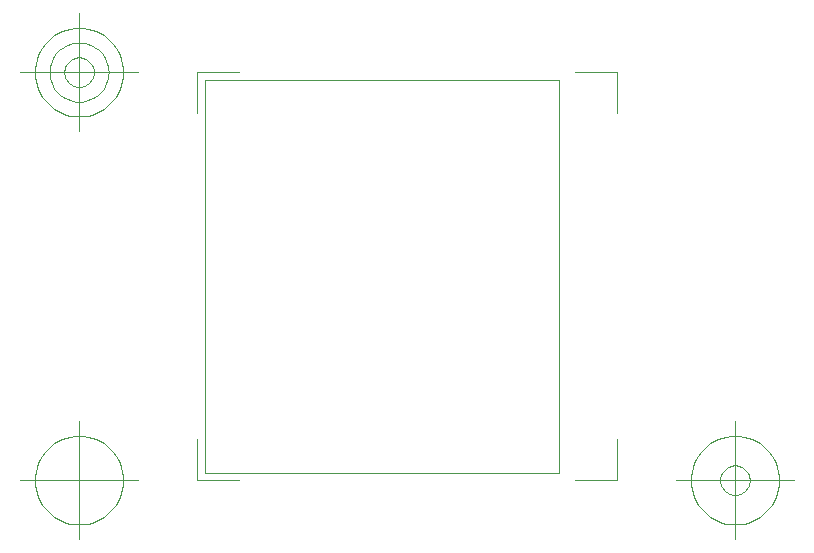
<source format=gbr>
G04 Generated by Ultiboard 10.0 *
%FSLAX25Y25*%
%MOIN*%

%ADD22C,0.00394*%
%ADD23C,0.00004*%


G04 ColorRGB FF14FF for the following layer *
%LNSiebdruckunterseite*%
%LPD*%
%FSLAX25Y25*%
%MOIN*%
G54D22*
X-2500Y-2500D02*
X-2500Y11100D01*
X-2500Y-2500D02*
X11490Y-2500D01*
X137400Y-2500D02*
X123410Y-2500D01*
X137400Y-2500D02*
X137400Y11100D01*
X137400Y133500D02*
X137400Y119900D01*
X137400Y133500D02*
X123410Y133500D01*
X-2500Y133500D02*
X11490Y133500D01*
X-2500Y133500D02*
X-2500Y119900D01*
X-22185Y-2500D02*
X-61555Y-2500D01*
X-41870Y-22185D02*
X-41870Y17185D01*
X-27106Y-2500D02*
X-27177Y-1053D01*
X-27177Y-1053D02*
X-27390Y380D01*
X-27390Y380D02*
X-27742Y1786D01*
X-27742Y1786D02*
X-28230Y3150D01*
X-28230Y3150D02*
X-28850Y4460D01*
X-28850Y4460D02*
X-29594Y5702D01*
X-29594Y5702D02*
X-30458Y6866D01*
X-30458Y6866D02*
X-31431Y7940D01*
X-31431Y7940D02*
X-32504Y8913D01*
X-32504Y8913D02*
X-33668Y9776D01*
X-33668Y9776D02*
X-34910Y10520D01*
X-34910Y10520D02*
X-36220Y11140D01*
X-36220Y11140D02*
X-37584Y11628D01*
X-37584Y11628D02*
X-38990Y11980D01*
X-38990Y11980D02*
X-40423Y12193D01*
X-40423Y12193D02*
X-41870Y12264D01*
X-41870Y12264D02*
X-43317Y12193D01*
X-43317Y12193D02*
X-44750Y11980D01*
X-44750Y11980D02*
X-46156Y11628D01*
X-46156Y11628D02*
X-47520Y11140D01*
X-47520Y11140D02*
X-48830Y10520D01*
X-48830Y10520D02*
X-50072Y9776D01*
X-50072Y9776D02*
X-51236Y8913D01*
X-51236Y8913D02*
X-52310Y7940D01*
X-52310Y7940D02*
X-53283Y6866D01*
X-53283Y6866D02*
X-54146Y5702D01*
X-54146Y5702D02*
X-54891Y4460D01*
X-54891Y4460D02*
X-55510Y3150D01*
X-55510Y3150D02*
X-55998Y1786D01*
X-55998Y1786D02*
X-56350Y380D01*
X-56350Y380D02*
X-56563Y-1053D01*
X-56563Y-1053D02*
X-56634Y-2500D01*
X-56634Y-2500D02*
X-56563Y-3947D01*
X-56563Y-3947D02*
X-56350Y-5380D01*
X-56350Y-5380D02*
X-55998Y-6786D01*
X-55998Y-6786D02*
X-55510Y-8150D01*
X-55510Y-8150D02*
X-54891Y-9460D01*
X-54891Y-9460D02*
X-54146Y-10702D01*
X-54146Y-10702D02*
X-53283Y-11866D01*
X-53283Y-11866D02*
X-52310Y-12940D01*
X-52310Y-12940D02*
X-51236Y-13913D01*
X-51236Y-13913D02*
X-50072Y-14776D01*
X-50072Y-14776D02*
X-48830Y-15520D01*
X-48830Y-15520D02*
X-47520Y-16140D01*
X-47520Y-16140D02*
X-46156Y-16628D01*
X-46156Y-16628D02*
X-44750Y-16980D01*
X-44750Y-16980D02*
X-43317Y-17193D01*
X-43317Y-17193D02*
X-41870Y-17264D01*
X-41870Y-17264D02*
X-40423Y-17193D01*
X-40423Y-17193D02*
X-38990Y-16980D01*
X-38990Y-16980D02*
X-37584Y-16628D01*
X-37584Y-16628D02*
X-36220Y-16140D01*
X-36220Y-16140D02*
X-34910Y-15520D01*
X-34910Y-15520D02*
X-33668Y-14776D01*
X-33668Y-14776D02*
X-32504Y-13913D01*
X-32504Y-13913D02*
X-31431Y-12940D01*
X-31431Y-12940D02*
X-30458Y-11866D01*
X-30458Y-11866D02*
X-29594Y-10702D01*
X-29594Y-10702D02*
X-28850Y-9460D01*
X-28850Y-9460D02*
X-28230Y-8150D01*
X-28230Y-8150D02*
X-27742Y-6786D01*
X-27742Y-6786D02*
X-27390Y-5380D01*
X-27390Y-5380D02*
X-27177Y-3947D01*
X-27177Y-3947D02*
X-27106Y-2500D01*
X157085Y-2500D02*
X196455Y-2500D01*
X176770Y-22185D02*
X176770Y17185D01*
X191534Y-2500D02*
X191463Y-1053D01*
X191463Y-1053D02*
X191250Y380D01*
X191250Y380D02*
X190898Y1786D01*
X190898Y1786D02*
X190410Y3150D01*
X190410Y3150D02*
X189791Y4460D01*
X189791Y4460D02*
X189046Y5702D01*
X189046Y5702D02*
X188183Y6866D01*
X188183Y6866D02*
X187210Y7940D01*
X187210Y7940D02*
X186136Y8913D01*
X186136Y8913D02*
X184972Y9776D01*
X184972Y9776D02*
X183730Y10520D01*
X183730Y10520D02*
X182420Y11140D01*
X182420Y11140D02*
X181056Y11628D01*
X181056Y11628D02*
X179650Y11980D01*
X179650Y11980D02*
X178217Y12193D01*
X178217Y12193D02*
X176770Y12264D01*
X176770Y12264D02*
X175323Y12193D01*
X175323Y12193D02*
X173890Y11980D01*
X173890Y11980D02*
X172484Y11628D01*
X172484Y11628D02*
X171120Y11140D01*
X171120Y11140D02*
X169810Y10520D01*
X169810Y10520D02*
X168568Y9776D01*
X168568Y9776D02*
X167404Y8913D01*
X167404Y8913D02*
X166331Y7940D01*
X166331Y7940D02*
X165358Y6866D01*
X165358Y6866D02*
X164494Y5702D01*
X164494Y5702D02*
X163750Y4460D01*
X163750Y4460D02*
X163130Y3150D01*
X163130Y3150D02*
X162642Y1786D01*
X162642Y1786D02*
X162290Y380D01*
X162290Y380D02*
X162077Y-1053D01*
X162077Y-1053D02*
X162006Y-2500D01*
X162006Y-2500D02*
X162077Y-3947D01*
X162077Y-3947D02*
X162290Y-5380D01*
X162290Y-5380D02*
X162642Y-6786D01*
X162642Y-6786D02*
X163130Y-8150D01*
X163130Y-8150D02*
X163750Y-9460D01*
X163750Y-9460D02*
X164494Y-10702D01*
X164494Y-10702D02*
X165358Y-11866D01*
X165358Y-11866D02*
X166331Y-12940D01*
X166331Y-12940D02*
X167404Y-13913D01*
X167404Y-13913D02*
X168568Y-14776D01*
X168568Y-14776D02*
X169810Y-15520D01*
X169810Y-15520D02*
X171120Y-16140D01*
X171120Y-16140D02*
X172484Y-16628D01*
X172484Y-16628D02*
X173890Y-16980D01*
X173890Y-16980D02*
X175323Y-17193D01*
X175323Y-17193D02*
X176770Y-17264D01*
X176770Y-17264D02*
X178217Y-17193D01*
X178217Y-17193D02*
X179650Y-16980D01*
X179650Y-16980D02*
X181056Y-16628D01*
X181056Y-16628D02*
X182420Y-16140D01*
X182420Y-16140D02*
X183730Y-15520D01*
X183730Y-15520D02*
X184972Y-14776D01*
X184972Y-14776D02*
X186136Y-13913D01*
X186136Y-13913D02*
X187210Y-12940D01*
X187210Y-12940D02*
X188183Y-11866D01*
X188183Y-11866D02*
X189046Y-10702D01*
X189046Y-10702D02*
X189791Y-9460D01*
X189791Y-9460D02*
X190410Y-8150D01*
X190410Y-8150D02*
X190898Y-6786D01*
X190898Y-6786D02*
X191250Y-5380D01*
X191250Y-5380D02*
X191463Y-3947D01*
X191463Y-3947D02*
X191534Y-2500D01*
X181691Y-2500D02*
X181668Y-2018D01*
X181668Y-2018D02*
X181597Y-1540D01*
X181597Y-1540D02*
X181479Y-1071D01*
X181479Y-1071D02*
X181317Y-617D01*
X181317Y-617D02*
X181110Y-180D01*
X181110Y-180D02*
X180862Y234D01*
X180862Y234D02*
X180574Y622D01*
X180574Y622D02*
X180250Y980D01*
X180250Y980D02*
X179892Y1304D01*
X179892Y1304D02*
X179504Y1592D01*
X179504Y1592D02*
X179090Y1840D01*
X179090Y1840D02*
X178653Y2047D01*
X178653Y2047D02*
X178199Y2209D01*
X178199Y2209D02*
X177730Y2327D01*
X177730Y2327D02*
X177252Y2398D01*
X177252Y2398D02*
X176770Y2421D01*
X176770Y2421D02*
X176288Y2398D01*
X176288Y2398D02*
X175810Y2327D01*
X175810Y2327D02*
X175342Y2209D01*
X175342Y2209D02*
X174887Y2047D01*
X174887Y2047D02*
X174450Y1840D01*
X174450Y1840D02*
X174036Y1592D01*
X174036Y1592D02*
X173648Y1304D01*
X173648Y1304D02*
X173290Y980D01*
X173290Y980D02*
X172966Y622D01*
X172966Y622D02*
X172678Y234D01*
X172678Y234D02*
X172430Y-180D01*
X172430Y-180D02*
X172223Y-617D01*
X172223Y-617D02*
X172061Y-1071D01*
X172061Y-1071D02*
X171943Y-1540D01*
X171943Y-1540D02*
X171873Y-2018D01*
X171873Y-2018D02*
X171849Y-2500D01*
X171849Y-2500D02*
X171873Y-2982D01*
X171873Y-2982D02*
X171943Y-3460D01*
X171943Y-3460D02*
X172061Y-3929D01*
X172061Y-3929D02*
X172223Y-4383D01*
X172223Y-4383D02*
X172430Y-4820D01*
X172430Y-4820D02*
X172678Y-5234D01*
X172678Y-5234D02*
X172966Y-5622D01*
X172966Y-5622D02*
X173290Y-5980D01*
X173290Y-5980D02*
X173648Y-6304D01*
X173648Y-6304D02*
X174036Y-6592D01*
X174036Y-6592D02*
X174450Y-6840D01*
X174450Y-6840D02*
X174887Y-7047D01*
X174887Y-7047D02*
X175342Y-7209D01*
X175342Y-7209D02*
X175810Y-7327D01*
X175810Y-7327D02*
X176288Y-7398D01*
X176288Y-7398D02*
X176770Y-7421D01*
X176770Y-7421D02*
X177252Y-7398D01*
X177252Y-7398D02*
X177730Y-7327D01*
X177730Y-7327D02*
X178199Y-7209D01*
X178199Y-7209D02*
X178653Y-7047D01*
X178653Y-7047D02*
X179090Y-6840D01*
X179090Y-6840D02*
X179504Y-6592D01*
X179504Y-6592D02*
X179892Y-6304D01*
X179892Y-6304D02*
X180250Y-5980D01*
X180250Y-5980D02*
X180574Y-5622D01*
X180574Y-5622D02*
X180862Y-5234D01*
X180862Y-5234D02*
X181110Y-4820D01*
X181110Y-4820D02*
X181317Y-4383D01*
X181317Y-4383D02*
X181479Y-3929D01*
X181479Y-3929D02*
X181597Y-3460D01*
X181597Y-3460D02*
X181668Y-2982D01*
X181668Y-2982D02*
X181691Y-2500D01*
X-22185Y133500D02*
X-61555Y133500D01*
X-41870Y113815D02*
X-41870Y153185D01*
X-27106Y133500D02*
X-27177Y134947D01*
X-27177Y134947D02*
X-27390Y136380D01*
X-27390Y136380D02*
X-27742Y137786D01*
X-27742Y137786D02*
X-28230Y139150D01*
X-28230Y139150D02*
X-28850Y140460D01*
X-28850Y140460D02*
X-29594Y141702D01*
X-29594Y141702D02*
X-30458Y142866D01*
X-30458Y142866D02*
X-31431Y143940D01*
X-31431Y143940D02*
X-32504Y144913D01*
X-32504Y144913D02*
X-33668Y145776D01*
X-33668Y145776D02*
X-34910Y146520D01*
X-34910Y146520D02*
X-36220Y147140D01*
X-36220Y147140D02*
X-37584Y147628D01*
X-37584Y147628D02*
X-38990Y147980D01*
X-38990Y147980D02*
X-40423Y148193D01*
X-40423Y148193D02*
X-41870Y148264D01*
X-41870Y148264D02*
X-43317Y148193D01*
X-43317Y148193D02*
X-44750Y147980D01*
X-44750Y147980D02*
X-46156Y147628D01*
X-46156Y147628D02*
X-47520Y147140D01*
X-47520Y147140D02*
X-48830Y146520D01*
X-48830Y146520D02*
X-50072Y145776D01*
X-50072Y145776D02*
X-51236Y144913D01*
X-51236Y144913D02*
X-52310Y143940D01*
X-52310Y143940D02*
X-53283Y142866D01*
X-53283Y142866D02*
X-54146Y141702D01*
X-54146Y141702D02*
X-54891Y140460D01*
X-54891Y140460D02*
X-55510Y139150D01*
X-55510Y139150D02*
X-55998Y137786D01*
X-55998Y137786D02*
X-56350Y136380D01*
X-56350Y136380D02*
X-56563Y134947D01*
X-56563Y134947D02*
X-56634Y133500D01*
X-56634Y133500D02*
X-56563Y132053D01*
X-56563Y132053D02*
X-56350Y130620D01*
X-56350Y130620D02*
X-55998Y129214D01*
X-55998Y129214D02*
X-55510Y127850D01*
X-55510Y127850D02*
X-54891Y126540D01*
X-54891Y126540D02*
X-54146Y125298D01*
X-54146Y125298D02*
X-53283Y124134D01*
X-53283Y124134D02*
X-52310Y123060D01*
X-52310Y123060D02*
X-51236Y122087D01*
X-51236Y122087D02*
X-50072Y121224D01*
X-50072Y121224D02*
X-48830Y120480D01*
X-48830Y120480D02*
X-47520Y119860D01*
X-47520Y119860D02*
X-46156Y119372D01*
X-46156Y119372D02*
X-44750Y119020D01*
X-44750Y119020D02*
X-43317Y118807D01*
X-43317Y118807D02*
X-41870Y118736D01*
X-41870Y118736D02*
X-40423Y118807D01*
X-40423Y118807D02*
X-38990Y119020D01*
X-38990Y119020D02*
X-37584Y119372D01*
X-37584Y119372D02*
X-36220Y119860D01*
X-36220Y119860D02*
X-34910Y120480D01*
X-34910Y120480D02*
X-33668Y121224D01*
X-33668Y121224D02*
X-32504Y122087D01*
X-32504Y122087D02*
X-31431Y123060D01*
X-31431Y123060D02*
X-30458Y124134D01*
X-30458Y124134D02*
X-29594Y125298D01*
X-29594Y125298D02*
X-28850Y126540D01*
X-28850Y126540D02*
X-28230Y127850D01*
X-28230Y127850D02*
X-27742Y129214D01*
X-27742Y129214D02*
X-27390Y130620D01*
X-27390Y130620D02*
X-27177Y132053D01*
X-27177Y132053D02*
X-27106Y133500D01*
X-32028Y133500D02*
X-32075Y134465D01*
X-32075Y134465D02*
X-32217Y135420D01*
X-32217Y135420D02*
X-32451Y136357D01*
X-32451Y136357D02*
X-32777Y137267D01*
X-32777Y137267D02*
X-33190Y138140D01*
X-33190Y138140D02*
X-33686Y138968D01*
X-33686Y138968D02*
X-34262Y139744D01*
X-34262Y139744D02*
X-34910Y140460D01*
X-34910Y140460D02*
X-35626Y141108D01*
X-35626Y141108D02*
X-36402Y141684D01*
X-36402Y141684D02*
X-37230Y142180D01*
X-37230Y142180D02*
X-38104Y142593D01*
X-38104Y142593D02*
X-39013Y142919D01*
X-39013Y142919D02*
X-39950Y143153D01*
X-39950Y143153D02*
X-40905Y143295D01*
X-40905Y143295D02*
X-41870Y143343D01*
X-41870Y143343D02*
X-42835Y143295D01*
X-42835Y143295D02*
X-43790Y143153D01*
X-43790Y143153D02*
X-44727Y142919D01*
X-44727Y142919D02*
X-45637Y142593D01*
X-45637Y142593D02*
X-46510Y142180D01*
X-46510Y142180D02*
X-47338Y141684D01*
X-47338Y141684D02*
X-48114Y141108D01*
X-48114Y141108D02*
X-48830Y140460D01*
X-48830Y140460D02*
X-49478Y139744D01*
X-49478Y139744D02*
X-50054Y138968D01*
X-50054Y138968D02*
X-50550Y138140D01*
X-50550Y138140D02*
X-50963Y137267D01*
X-50963Y137267D02*
X-51289Y136357D01*
X-51289Y136357D02*
X-51523Y135420D01*
X-51523Y135420D02*
X-51665Y134465D01*
X-51665Y134465D02*
X-51713Y133500D01*
X-51713Y133500D02*
X-51665Y132535D01*
X-51665Y132535D02*
X-51523Y131580D01*
X-51523Y131580D02*
X-51289Y130643D01*
X-51289Y130643D02*
X-50963Y129733D01*
X-50963Y129733D02*
X-50550Y128860D01*
X-50550Y128860D02*
X-50054Y128032D01*
X-50054Y128032D02*
X-49478Y127256D01*
X-49478Y127256D02*
X-48830Y126540D01*
X-48830Y126540D02*
X-48114Y125892D01*
X-48114Y125892D02*
X-47338Y125316D01*
X-47338Y125316D02*
X-46510Y124820D01*
X-46510Y124820D02*
X-45637Y124407D01*
X-45637Y124407D02*
X-44727Y124081D01*
X-44727Y124081D02*
X-43790Y123847D01*
X-43790Y123847D02*
X-42835Y123705D01*
X-42835Y123705D02*
X-41870Y123657D01*
X-41870Y123657D02*
X-40905Y123705D01*
X-40905Y123705D02*
X-39950Y123847D01*
X-39950Y123847D02*
X-39013Y124081D01*
X-39013Y124081D02*
X-38104Y124407D01*
X-38104Y124407D02*
X-37230Y124820D01*
X-37230Y124820D02*
X-36402Y125316D01*
X-36402Y125316D02*
X-35626Y125892D01*
X-35626Y125892D02*
X-34910Y126540D01*
X-34910Y126540D02*
X-34262Y127256D01*
X-34262Y127256D02*
X-33686Y128032D01*
X-33686Y128032D02*
X-33190Y128860D01*
X-33190Y128860D02*
X-32777Y129733D01*
X-32777Y129733D02*
X-32451Y130643D01*
X-32451Y130643D02*
X-32217Y131580D01*
X-32217Y131580D02*
X-32075Y132535D01*
X-32075Y132535D02*
X-32028Y133500D01*
X-36949Y133500D02*
X-36973Y133982D01*
X-36973Y133982D02*
X-37043Y134460D01*
X-37043Y134460D02*
X-37161Y134929D01*
X-37161Y134929D02*
X-37323Y135383D01*
X-37323Y135383D02*
X-37530Y135820D01*
X-37530Y135820D02*
X-37778Y136234D01*
X-37778Y136234D02*
X-38066Y136622D01*
X-38066Y136622D02*
X-38390Y136980D01*
X-38390Y136980D02*
X-38748Y137304D01*
X-38748Y137304D02*
X-39136Y137592D01*
X-39136Y137592D02*
X-39550Y137840D01*
X-39550Y137840D02*
X-39987Y138047D01*
X-39987Y138047D02*
X-40442Y138209D01*
X-40442Y138209D02*
X-40910Y138327D01*
X-40910Y138327D02*
X-41388Y138398D01*
X-41388Y138398D02*
X-41870Y138421D01*
X-41870Y138421D02*
X-42352Y138398D01*
X-42352Y138398D02*
X-42830Y138327D01*
X-42830Y138327D02*
X-43299Y138209D01*
X-43299Y138209D02*
X-43753Y138047D01*
X-43753Y138047D02*
X-44190Y137840D01*
X-44190Y137840D02*
X-44604Y137592D01*
X-44604Y137592D02*
X-44992Y137304D01*
X-44992Y137304D02*
X-45350Y136980D01*
X-45350Y136980D02*
X-45674Y136622D01*
X-45674Y136622D02*
X-45962Y136234D01*
X-45962Y136234D02*
X-46210Y135820D01*
X-46210Y135820D02*
X-46417Y135383D01*
X-46417Y135383D02*
X-46579Y134929D01*
X-46579Y134929D02*
X-46697Y134460D01*
X-46697Y134460D02*
X-46768Y133982D01*
X-46768Y133982D02*
X-46791Y133500D01*
X-46791Y133500D02*
X-46768Y133018D01*
X-46768Y133018D02*
X-46697Y132540D01*
X-46697Y132540D02*
X-46579Y132071D01*
X-46579Y132071D02*
X-46417Y131617D01*
X-46417Y131617D02*
X-46210Y131180D01*
X-46210Y131180D02*
X-45962Y130766D01*
X-45962Y130766D02*
X-45674Y130378D01*
X-45674Y130378D02*
X-45350Y130020D01*
X-45350Y130020D02*
X-44992Y129696D01*
X-44992Y129696D02*
X-44604Y129408D01*
X-44604Y129408D02*
X-44190Y129160D01*
X-44190Y129160D02*
X-43753Y128953D01*
X-43753Y128953D02*
X-43299Y128791D01*
X-43299Y128791D02*
X-42830Y128673D01*
X-42830Y128673D02*
X-42352Y128602D01*
X-42352Y128602D02*
X-41870Y128579D01*
X-41870Y128579D02*
X-41388Y128602D01*
X-41388Y128602D02*
X-40910Y128673D01*
X-40910Y128673D02*
X-40442Y128791D01*
X-40442Y128791D02*
X-39987Y128953D01*
X-39987Y128953D02*
X-39550Y129160D01*
X-39550Y129160D02*
X-39136Y129408D01*
X-39136Y129408D02*
X-38748Y129696D01*
X-38748Y129696D02*
X-38390Y130020D01*
X-38390Y130020D02*
X-38066Y130378D01*
X-38066Y130378D02*
X-37778Y130766D01*
X-37778Y130766D02*
X-37530Y131180D01*
X-37530Y131180D02*
X-37323Y131617D01*
X-37323Y131617D02*
X-37161Y132071D01*
X-37161Y132071D02*
X-37043Y132540D01*
X-37043Y132540D02*
X-36973Y133018D01*
X-36973Y133018D02*
X-36949Y133500D01*
X-2500Y-2500D02*
X-2500Y11100D01*
X-2500Y-2500D02*
X11490Y-2500D01*
X137400Y-2500D02*
X123410Y-2500D01*
X137400Y-2500D02*
X137400Y11100D01*
X137400Y133500D02*
X137400Y119900D01*
X137400Y133500D02*
X123410Y133500D01*
X-2500Y133500D02*
X11490Y133500D01*
X-2500Y133500D02*
X-2500Y119900D01*
X-22185Y-2500D02*
X-61555Y-2500D01*
X-41870Y-22185D02*
X-41870Y17185D01*
X-27106Y-2500D02*
X-27177Y-1053D01*
X-27177Y-1053D02*
X-27390Y380D01*
X-27390Y380D02*
X-27742Y1786D01*
X-27742Y1786D02*
X-28230Y3150D01*
X-28230Y3150D02*
X-28850Y4460D01*
X-28850Y4460D02*
X-29594Y5702D01*
X-29594Y5702D02*
X-30458Y6866D01*
X-30458Y6866D02*
X-31431Y7940D01*
X-31431Y7940D02*
X-32504Y8913D01*
X-32504Y8913D02*
X-33668Y9776D01*
X-33668Y9776D02*
X-34910Y10520D01*
X-34910Y10520D02*
X-36220Y11140D01*
X-36220Y11140D02*
X-37584Y11628D01*
X-37584Y11628D02*
X-38990Y11980D01*
X-38990Y11980D02*
X-40423Y12193D01*
X-40423Y12193D02*
X-41870Y12264D01*
X-41870Y12264D02*
X-43317Y12193D01*
X-43317Y12193D02*
X-44750Y11980D01*
X-44750Y11980D02*
X-46156Y11628D01*
X-46156Y11628D02*
X-47520Y11140D01*
X-47520Y11140D02*
X-48830Y10520D01*
X-48830Y10520D02*
X-50072Y9776D01*
X-50072Y9776D02*
X-51236Y8913D01*
X-51236Y8913D02*
X-52310Y7940D01*
X-52310Y7940D02*
X-53283Y6866D01*
X-53283Y6866D02*
X-54146Y5702D01*
X-54146Y5702D02*
X-54891Y4460D01*
X-54891Y4460D02*
X-55510Y3150D01*
X-55510Y3150D02*
X-55998Y1786D01*
X-55998Y1786D02*
X-56350Y380D01*
X-56350Y380D02*
X-56563Y-1053D01*
X-56563Y-1053D02*
X-56634Y-2500D01*
X-56634Y-2500D02*
X-56563Y-3947D01*
X-56563Y-3947D02*
X-56350Y-5380D01*
X-56350Y-5380D02*
X-55998Y-6786D01*
X-55998Y-6786D02*
X-55510Y-8150D01*
X-55510Y-8150D02*
X-54891Y-9460D01*
X-54891Y-9460D02*
X-54146Y-10702D01*
X-54146Y-10702D02*
X-53283Y-11866D01*
X-53283Y-11866D02*
X-52310Y-12940D01*
X-52310Y-12940D02*
X-51236Y-13913D01*
X-51236Y-13913D02*
X-50072Y-14776D01*
X-50072Y-14776D02*
X-48830Y-15520D01*
X-48830Y-15520D02*
X-47520Y-16140D01*
X-47520Y-16140D02*
X-46156Y-16628D01*
X-46156Y-16628D02*
X-44750Y-16980D01*
X-44750Y-16980D02*
X-43317Y-17193D01*
X-43317Y-17193D02*
X-41870Y-17264D01*
X-41870Y-17264D02*
X-40423Y-17193D01*
X-40423Y-17193D02*
X-38990Y-16980D01*
X-38990Y-16980D02*
X-37584Y-16628D01*
X-37584Y-16628D02*
X-36220Y-16140D01*
X-36220Y-16140D02*
X-34910Y-15520D01*
X-34910Y-15520D02*
X-33668Y-14776D01*
X-33668Y-14776D02*
X-32504Y-13913D01*
X-32504Y-13913D02*
X-31431Y-12940D01*
X-31431Y-12940D02*
X-30458Y-11866D01*
X-30458Y-11866D02*
X-29594Y-10702D01*
X-29594Y-10702D02*
X-28850Y-9460D01*
X-28850Y-9460D02*
X-28230Y-8150D01*
X-28230Y-8150D02*
X-27742Y-6786D01*
X-27742Y-6786D02*
X-27390Y-5380D01*
X-27390Y-5380D02*
X-27177Y-3947D01*
X-27177Y-3947D02*
X-27106Y-2500D01*
X157085Y-2500D02*
X196455Y-2500D01*
X176770Y-22185D02*
X176770Y17185D01*
X191534Y-2500D02*
X191463Y-1053D01*
X191463Y-1053D02*
X191250Y380D01*
X191250Y380D02*
X190898Y1786D01*
X190898Y1786D02*
X190410Y3150D01*
X190410Y3150D02*
X189791Y4460D01*
X189791Y4460D02*
X189046Y5702D01*
X189046Y5702D02*
X188183Y6866D01*
X188183Y6866D02*
X187210Y7940D01*
X187210Y7940D02*
X186136Y8913D01*
X186136Y8913D02*
X184972Y9776D01*
X184972Y9776D02*
X183730Y10520D01*
X183730Y10520D02*
X182420Y11140D01*
X182420Y11140D02*
X181056Y11628D01*
X181056Y11628D02*
X179650Y11980D01*
X179650Y11980D02*
X178217Y12193D01*
X178217Y12193D02*
X176770Y12264D01*
X176770Y12264D02*
X175323Y12193D01*
X175323Y12193D02*
X173890Y11980D01*
X173890Y11980D02*
X172484Y11628D01*
X172484Y11628D02*
X171120Y11140D01*
X171120Y11140D02*
X169810Y10520D01*
X169810Y10520D02*
X168568Y9776D01*
X168568Y9776D02*
X167404Y8913D01*
X167404Y8913D02*
X166331Y7940D01*
X166331Y7940D02*
X165358Y6866D01*
X165358Y6866D02*
X164494Y5702D01*
X164494Y5702D02*
X163750Y4460D01*
X163750Y4460D02*
X163130Y3150D01*
X163130Y3150D02*
X162642Y1786D01*
X162642Y1786D02*
X162290Y380D01*
X162290Y380D02*
X162077Y-1053D01*
X162077Y-1053D02*
X162006Y-2500D01*
X162006Y-2500D02*
X162077Y-3947D01*
X162077Y-3947D02*
X162290Y-5380D01*
X162290Y-5380D02*
X162642Y-6786D01*
X162642Y-6786D02*
X163130Y-8150D01*
X163130Y-8150D02*
X163750Y-9460D01*
X163750Y-9460D02*
X164494Y-10702D01*
X164494Y-10702D02*
X165358Y-11866D01*
X165358Y-11866D02*
X166331Y-12940D01*
X166331Y-12940D02*
X167404Y-13913D01*
X167404Y-13913D02*
X168568Y-14776D01*
X168568Y-14776D02*
X169810Y-15520D01*
X169810Y-15520D02*
X171120Y-16140D01*
X171120Y-16140D02*
X172484Y-16628D01*
X172484Y-16628D02*
X173890Y-16980D01*
X173890Y-16980D02*
X175323Y-17193D01*
X175323Y-17193D02*
X176770Y-17264D01*
X176770Y-17264D02*
X178217Y-17193D01*
X178217Y-17193D02*
X179650Y-16980D01*
X179650Y-16980D02*
X181056Y-16628D01*
X181056Y-16628D02*
X182420Y-16140D01*
X182420Y-16140D02*
X183730Y-15520D01*
X183730Y-15520D02*
X184972Y-14776D01*
X184972Y-14776D02*
X186136Y-13913D01*
X186136Y-13913D02*
X187210Y-12940D01*
X187210Y-12940D02*
X188183Y-11866D01*
X188183Y-11866D02*
X189046Y-10702D01*
X189046Y-10702D02*
X189791Y-9460D01*
X189791Y-9460D02*
X190410Y-8150D01*
X190410Y-8150D02*
X190898Y-6786D01*
X190898Y-6786D02*
X191250Y-5380D01*
X191250Y-5380D02*
X191463Y-3947D01*
X191463Y-3947D02*
X191534Y-2500D01*
X181691Y-2500D02*
X181668Y-2018D01*
X181668Y-2018D02*
X181597Y-1540D01*
X181597Y-1540D02*
X181479Y-1071D01*
X181479Y-1071D02*
X181317Y-617D01*
X181317Y-617D02*
X181110Y-180D01*
X181110Y-180D02*
X180862Y234D01*
X180862Y234D02*
X180574Y622D01*
X180574Y622D02*
X180250Y980D01*
X180250Y980D02*
X179892Y1304D01*
X179892Y1304D02*
X179504Y1592D01*
X179504Y1592D02*
X179090Y1840D01*
X179090Y1840D02*
X178653Y2047D01*
X178653Y2047D02*
X178199Y2209D01*
X178199Y2209D02*
X177730Y2327D01*
X177730Y2327D02*
X177252Y2398D01*
X177252Y2398D02*
X176770Y2421D01*
X176770Y2421D02*
X176288Y2398D01*
X176288Y2398D02*
X175810Y2327D01*
X175810Y2327D02*
X175342Y2209D01*
X175342Y2209D02*
X174887Y2047D01*
X174887Y2047D02*
X174450Y1840D01*
X174450Y1840D02*
X174036Y1592D01*
X174036Y1592D02*
X173648Y1304D01*
X173648Y1304D02*
X173290Y980D01*
X173290Y980D02*
X172966Y622D01*
X172966Y622D02*
X172678Y234D01*
X172678Y234D02*
X172430Y-180D01*
X172430Y-180D02*
X172223Y-617D01*
X172223Y-617D02*
X172061Y-1071D01*
X172061Y-1071D02*
X171943Y-1540D01*
X171943Y-1540D02*
X171873Y-2018D01*
X171873Y-2018D02*
X171849Y-2500D01*
X171849Y-2500D02*
X171873Y-2982D01*
X171873Y-2982D02*
X171943Y-3460D01*
X171943Y-3460D02*
X172061Y-3929D01*
X172061Y-3929D02*
X172223Y-4383D01*
X172223Y-4383D02*
X172430Y-4820D01*
X172430Y-4820D02*
X172678Y-5234D01*
X172678Y-5234D02*
X172966Y-5622D01*
X172966Y-5622D02*
X173290Y-5980D01*
X173290Y-5980D02*
X173648Y-6304D01*
X173648Y-6304D02*
X174036Y-6592D01*
X174036Y-6592D02*
X174450Y-6840D01*
X174450Y-6840D02*
X174887Y-7047D01*
X174887Y-7047D02*
X175342Y-7209D01*
X175342Y-7209D02*
X175810Y-7327D01*
X175810Y-7327D02*
X176288Y-7398D01*
X176288Y-7398D02*
X176770Y-7421D01*
X176770Y-7421D02*
X177252Y-7398D01*
X177252Y-7398D02*
X177730Y-7327D01*
X177730Y-7327D02*
X178199Y-7209D01*
X178199Y-7209D02*
X178653Y-7047D01*
X178653Y-7047D02*
X179090Y-6840D01*
X179090Y-6840D02*
X179504Y-6592D01*
X179504Y-6592D02*
X179892Y-6304D01*
X179892Y-6304D02*
X180250Y-5980D01*
X180250Y-5980D02*
X180574Y-5622D01*
X180574Y-5622D02*
X180862Y-5234D01*
X180862Y-5234D02*
X181110Y-4820D01*
X181110Y-4820D02*
X181317Y-4383D01*
X181317Y-4383D02*
X181479Y-3929D01*
X181479Y-3929D02*
X181597Y-3460D01*
X181597Y-3460D02*
X181668Y-2982D01*
X181668Y-2982D02*
X181691Y-2500D01*
X-22185Y133500D02*
X-61555Y133500D01*
X-41870Y113815D02*
X-41870Y153185D01*
X-27106Y133500D02*
X-27177Y134947D01*
X-27177Y134947D02*
X-27390Y136380D01*
X-27390Y136380D02*
X-27742Y137786D01*
X-27742Y137786D02*
X-28230Y139150D01*
X-28230Y139150D02*
X-28850Y140460D01*
X-28850Y140460D02*
X-29594Y141702D01*
X-29594Y141702D02*
X-30458Y142866D01*
X-30458Y142866D02*
X-31431Y143940D01*
X-31431Y143940D02*
X-32504Y144913D01*
X-32504Y144913D02*
X-33668Y145776D01*
X-33668Y145776D02*
X-34910Y146520D01*
X-34910Y146520D02*
X-36220Y147140D01*
X-36220Y147140D02*
X-37584Y147628D01*
X-37584Y147628D02*
X-38990Y147980D01*
X-38990Y147980D02*
X-40423Y148193D01*
X-40423Y148193D02*
X-41870Y148264D01*
X-41870Y148264D02*
X-43317Y148193D01*
X-43317Y148193D02*
X-44750Y147980D01*
X-44750Y147980D02*
X-46156Y147628D01*
X-46156Y147628D02*
X-47520Y147140D01*
X-47520Y147140D02*
X-48830Y146520D01*
X-48830Y146520D02*
X-50072Y145776D01*
X-50072Y145776D02*
X-51236Y144913D01*
X-51236Y144913D02*
X-52310Y143940D01*
X-52310Y143940D02*
X-53283Y142866D01*
X-53283Y142866D02*
X-54146Y141702D01*
X-54146Y141702D02*
X-54891Y140460D01*
X-54891Y140460D02*
X-55510Y139150D01*
X-55510Y139150D02*
X-55998Y137786D01*
X-55998Y137786D02*
X-56350Y136380D01*
X-56350Y136380D02*
X-56563Y134947D01*
X-56563Y134947D02*
X-56634Y133500D01*
X-56634Y133500D02*
X-56563Y132053D01*
X-56563Y132053D02*
X-56350Y130620D01*
X-56350Y130620D02*
X-55998Y129214D01*
X-55998Y129214D02*
X-55510Y127850D01*
X-55510Y127850D02*
X-54891Y126540D01*
X-54891Y126540D02*
X-54146Y125298D01*
X-54146Y125298D02*
X-53283Y124134D01*
X-53283Y124134D02*
X-52310Y123060D01*
X-52310Y123060D02*
X-51236Y122087D01*
X-51236Y122087D02*
X-50072Y121224D01*
X-50072Y121224D02*
X-48830Y120480D01*
X-48830Y120480D02*
X-47520Y119860D01*
X-47520Y119860D02*
X-46156Y119372D01*
X-46156Y119372D02*
X-44750Y119020D01*
X-44750Y119020D02*
X-43317Y118807D01*
X-43317Y118807D02*
X-41870Y118736D01*
X-41870Y118736D02*
X-40423Y118807D01*
X-40423Y118807D02*
X-38990Y119020D01*
X-38990Y119020D02*
X-37584Y119372D01*
X-37584Y119372D02*
X-36220Y119860D01*
X-36220Y119860D02*
X-34910Y120480D01*
X-34910Y120480D02*
X-33668Y121224D01*
X-33668Y121224D02*
X-32504Y122087D01*
X-32504Y122087D02*
X-31431Y123060D01*
X-31431Y123060D02*
X-30458Y124134D01*
X-30458Y124134D02*
X-29594Y125298D01*
X-29594Y125298D02*
X-28850Y126540D01*
X-28850Y126540D02*
X-28230Y127850D01*
X-28230Y127850D02*
X-27742Y129214D01*
X-27742Y129214D02*
X-27390Y130620D01*
X-27390Y130620D02*
X-27177Y132053D01*
X-27177Y132053D02*
X-27106Y133500D01*
X-32028Y133500D02*
X-32075Y134465D01*
X-32075Y134465D02*
X-32217Y135420D01*
X-32217Y135420D02*
X-32451Y136357D01*
X-32451Y136357D02*
X-32777Y137267D01*
X-32777Y137267D02*
X-33190Y138140D01*
X-33190Y138140D02*
X-33686Y138968D01*
X-33686Y138968D02*
X-34262Y139744D01*
X-34262Y139744D02*
X-34910Y140460D01*
X-34910Y140460D02*
X-35626Y141108D01*
X-35626Y141108D02*
X-36402Y141684D01*
X-36402Y141684D02*
X-37230Y142180D01*
X-37230Y142180D02*
X-38104Y142593D01*
X-38104Y142593D02*
X-39013Y142919D01*
X-39013Y142919D02*
X-39950Y143153D01*
X-39950Y143153D02*
X-40905Y143295D01*
X-40905Y143295D02*
X-41870Y143343D01*
X-41870Y143343D02*
X-42835Y143295D01*
X-42835Y143295D02*
X-43790Y143153D01*
X-43790Y143153D02*
X-44727Y142919D01*
X-44727Y142919D02*
X-45637Y142593D01*
X-45637Y142593D02*
X-46510Y142180D01*
X-46510Y142180D02*
X-47338Y141684D01*
X-47338Y141684D02*
X-48114Y141108D01*
X-48114Y141108D02*
X-48830Y140460D01*
X-48830Y140460D02*
X-49478Y139744D01*
X-49478Y139744D02*
X-50054Y138968D01*
X-50054Y138968D02*
X-50550Y138140D01*
X-50550Y138140D02*
X-50963Y137267D01*
X-50963Y137267D02*
X-51289Y136357D01*
X-51289Y136357D02*
X-51523Y135420D01*
X-51523Y135420D02*
X-51665Y134465D01*
X-51665Y134465D02*
X-51713Y133500D01*
X-51713Y133500D02*
X-51665Y132535D01*
X-51665Y132535D02*
X-51523Y131580D01*
X-51523Y131580D02*
X-51289Y130643D01*
X-51289Y130643D02*
X-50963Y129733D01*
X-50963Y129733D02*
X-50550Y128860D01*
X-50550Y128860D02*
X-50054Y128032D01*
X-50054Y128032D02*
X-49478Y127256D01*
X-49478Y127256D02*
X-48830Y126540D01*
X-48830Y126540D02*
X-48114Y125892D01*
X-48114Y125892D02*
X-47338Y125316D01*
X-47338Y125316D02*
X-46510Y124820D01*
X-46510Y124820D02*
X-45637Y124407D01*
X-45637Y124407D02*
X-44727Y124081D01*
X-44727Y124081D02*
X-43790Y123847D01*
X-43790Y123847D02*
X-42835Y123705D01*
X-42835Y123705D02*
X-41870Y123657D01*
X-41870Y123657D02*
X-40905Y123705D01*
X-40905Y123705D02*
X-39950Y123847D01*
X-39950Y123847D02*
X-39013Y124081D01*
X-39013Y124081D02*
X-38104Y124407D01*
X-38104Y124407D02*
X-37230Y124820D01*
X-37230Y124820D02*
X-36402Y125316D01*
X-36402Y125316D02*
X-35626Y125892D01*
X-35626Y125892D02*
X-34910Y126540D01*
X-34910Y126540D02*
X-34262Y127256D01*
X-34262Y127256D02*
X-33686Y128032D01*
X-33686Y128032D02*
X-33190Y128860D01*
X-33190Y128860D02*
X-32777Y129733D01*
X-32777Y129733D02*
X-32451Y130643D01*
X-32451Y130643D02*
X-32217Y131580D01*
X-32217Y131580D02*
X-32075Y132535D01*
X-32075Y132535D02*
X-32028Y133500D01*
X-36949Y133500D02*
X-36973Y133982D01*
X-36973Y133982D02*
X-37043Y134460D01*
X-37043Y134460D02*
X-37161Y134929D01*
X-37161Y134929D02*
X-37323Y135383D01*
X-37323Y135383D02*
X-37530Y135820D01*
X-37530Y135820D02*
X-37778Y136234D01*
X-37778Y136234D02*
X-38066Y136622D01*
X-38066Y136622D02*
X-38390Y136980D01*
X-38390Y136980D02*
X-38748Y137304D01*
X-38748Y137304D02*
X-39136Y137592D01*
X-39136Y137592D02*
X-39550Y137840D01*
X-39550Y137840D02*
X-39987Y138047D01*
X-39987Y138047D02*
X-40442Y138209D01*
X-40442Y138209D02*
X-40910Y138327D01*
X-40910Y138327D02*
X-41388Y138398D01*
X-41388Y138398D02*
X-41870Y138421D01*
X-41870Y138421D02*
X-42352Y138398D01*
X-42352Y138398D02*
X-42830Y138327D01*
X-42830Y138327D02*
X-43299Y138209D01*
X-43299Y138209D02*
X-43753Y138047D01*
X-43753Y138047D02*
X-44190Y137840D01*
X-44190Y137840D02*
X-44604Y137592D01*
X-44604Y137592D02*
X-44992Y137304D01*
X-44992Y137304D02*
X-45350Y136980D01*
X-45350Y136980D02*
X-45674Y136622D01*
X-45674Y136622D02*
X-45962Y136234D01*
X-45962Y136234D02*
X-46210Y135820D01*
X-46210Y135820D02*
X-46417Y135383D01*
X-46417Y135383D02*
X-46579Y134929D01*
X-46579Y134929D02*
X-46697Y134460D01*
X-46697Y134460D02*
X-46768Y133982D01*
X-46768Y133982D02*
X-46791Y133500D01*
X-46791Y133500D02*
X-46768Y133018D01*
X-46768Y133018D02*
X-46697Y132540D01*
X-46697Y132540D02*
X-46579Y132071D01*
X-46579Y132071D02*
X-46417Y131617D01*
X-46417Y131617D02*
X-46210Y131180D01*
X-46210Y131180D02*
X-45962Y130766D01*
X-45962Y130766D02*
X-45674Y130378D01*
X-45674Y130378D02*
X-45350Y130020D01*
X-45350Y130020D02*
X-44992Y129696D01*
X-44992Y129696D02*
X-44604Y129408D01*
X-44604Y129408D02*
X-44190Y129160D01*
X-44190Y129160D02*
X-43753Y128953D01*
X-43753Y128953D02*
X-43299Y128791D01*
X-43299Y128791D02*
X-42830Y128673D01*
X-42830Y128673D02*
X-42352Y128602D01*
X-42352Y128602D02*
X-41870Y128579D01*
X-41870Y128579D02*
X-41388Y128602D01*
X-41388Y128602D02*
X-40910Y128673D01*
X-40910Y128673D02*
X-40442Y128791D01*
X-40442Y128791D02*
X-39987Y128953D01*
X-39987Y128953D02*
X-39550Y129160D01*
X-39550Y129160D02*
X-39136Y129408D01*
X-39136Y129408D02*
X-38748Y129696D01*
X-38748Y129696D02*
X-38390Y130020D01*
X-38390Y130020D02*
X-38066Y130378D01*
X-38066Y130378D02*
X-37778Y130766D01*
X-37778Y130766D02*
X-37530Y131180D01*
X-37530Y131180D02*
X-37323Y131617D01*
X-37323Y131617D02*
X-37161Y132071D01*
X-37161Y132071D02*
X-37043Y132540D01*
X-37043Y132540D02*
X-36973Y133018D01*
X-36973Y133018D02*
X-36949Y133500D01*
G54D23*
X0Y0D02*
X118000Y0D01*
X118000Y0D02*
X118000Y131000D01*
X118000Y131000D02*
X0Y131000D01*
X0Y131000D02*
X0Y0D01*

M00*

</source>
